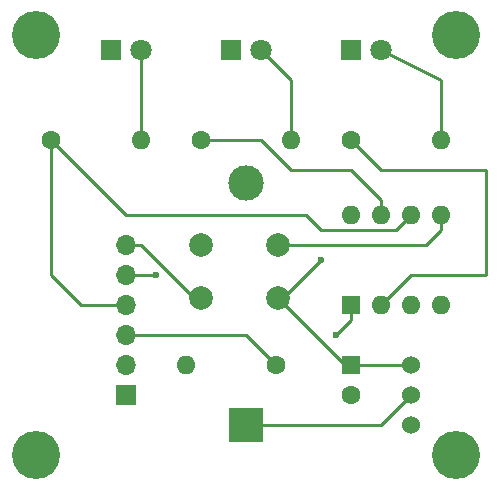
<source format=gbr>
G04 #@! TF.FileFunction,Copper,L1,Top,Signal*
%FSLAX46Y46*%
G04 Gerber Fmt 4.6, Leading zero omitted, Abs format (unit mm)*
G04 Created by KiCad (PCBNEW 4.0.7-e2-6376~58~ubuntu17.04.1) date Wed May 23 19:48:23 2018*
%MOMM*%
%LPD*%
G01*
G04 APERTURE LIST*
%ADD10C,0.100000*%
%ADD11C,3.000000*%
%ADD12R,3.000000X3.000000*%
%ADD13R,1.600000X1.600000*%
%ADD14C,1.600000*%
%ADD15R,1.800000X1.800000*%
%ADD16C,1.800000*%
%ADD17R,1.700000X1.700000*%
%ADD18O,1.700000X1.700000*%
%ADD19O,1.600000X1.600000*%
%ADD20C,2.000000*%
%ADD21C,1.524000*%
%ADD22C,4.064000*%
%ADD23C,0.600000*%
%ADD24C,0.250000*%
G04 APERTURE END LIST*
D10*
D11*
X156210000Y-106510000D03*
D12*
X156210000Y-127000000D03*
D13*
X165100000Y-121920000D03*
D14*
X165100000Y-124420000D03*
D15*
X144780000Y-95250000D03*
D16*
X147320000Y-95250000D03*
D15*
X154940000Y-95250000D03*
D16*
X157480000Y-95250000D03*
D15*
X165100000Y-95250000D03*
D16*
X167640000Y-95250000D03*
D17*
X146050000Y-124460000D03*
D18*
X146050000Y-121920000D03*
X146050000Y-119380000D03*
X146050000Y-116840000D03*
X146050000Y-114300000D03*
X146050000Y-111760000D03*
D14*
X158750000Y-121920000D03*
D19*
X151130000Y-121920000D03*
D14*
X139700000Y-102870000D03*
D19*
X147320000Y-102870000D03*
D14*
X152400000Y-102870000D03*
D19*
X160020000Y-102870000D03*
D14*
X165100000Y-102870000D03*
D19*
X172720000Y-102870000D03*
D20*
X152400000Y-116260000D03*
X152400000Y-111760000D03*
X158900000Y-116260000D03*
X158900000Y-111760000D03*
D21*
X170180000Y-121920000D03*
X170180000Y-124460000D03*
X170180000Y-127000000D03*
D13*
X165100000Y-116840000D03*
D19*
X172720000Y-109220000D03*
X167640000Y-116840000D03*
X170180000Y-109220000D03*
X170180000Y-116840000D03*
X167640000Y-109220000D03*
X172720000Y-116840000D03*
X165100000Y-109220000D03*
D22*
X138430000Y-93980000D03*
X138430000Y-129540000D03*
X173990000Y-129540000D03*
X173990000Y-93980000D03*
D23*
X162560000Y-113030000D03*
X163830000Y-119380000D03*
X148590000Y-114300000D03*
D24*
X156210000Y-127000000D02*
X166370000Y-127000000D01*
X167640000Y-127000000D02*
X170180000Y-124460000D01*
X166370000Y-127000000D02*
X167640000Y-127000000D01*
X152400000Y-116260000D02*
X151820000Y-116260000D01*
X151820000Y-116260000D02*
X147320000Y-111760000D01*
X147320000Y-111760000D02*
X146050000Y-111760000D01*
X158900000Y-116260000D02*
X159330000Y-116260000D01*
X159330000Y-116260000D02*
X162560000Y-113030000D01*
X165100000Y-121920000D02*
X164560000Y-121920000D01*
X164560000Y-121920000D02*
X158900000Y-116260000D01*
X170180000Y-121920000D02*
X165100000Y-121920000D01*
X147320000Y-102870000D02*
X147320000Y-97790000D01*
X147320000Y-97790000D02*
X147320000Y-95250000D01*
X160020000Y-102870000D02*
X160020000Y-97790000D01*
X160020000Y-97790000D02*
X157480000Y-95250000D01*
X172720000Y-102870000D02*
X172720000Y-97790000D01*
X172720000Y-97790000D02*
X167640000Y-95250000D01*
X165100000Y-116840000D02*
X165100000Y-118110000D01*
X165100000Y-118110000D02*
X163830000Y-119380000D01*
X158750000Y-121920000D02*
X156210000Y-119380000D01*
X148590000Y-119380000D02*
X146050000Y-119380000D01*
X149860000Y-119380000D02*
X148590000Y-119380000D01*
X156210000Y-119380000D02*
X149860000Y-119380000D01*
X172720000Y-109220000D02*
X172720000Y-110490000D01*
X171450000Y-111760000D02*
X158900000Y-111760000D01*
X172720000Y-110490000D02*
X171450000Y-111760000D01*
X146050000Y-116840000D02*
X142240000Y-116840000D01*
X139700000Y-114300000D02*
X139700000Y-102870000D01*
X142240000Y-116840000D02*
X139700000Y-114300000D01*
X170180000Y-109220000D02*
X168910000Y-110490000D01*
X146050000Y-109220000D02*
X139700000Y-102870000D01*
X161290000Y-109220000D02*
X151130000Y-109220000D01*
X151130000Y-109220000D02*
X146050000Y-109220000D01*
X162560000Y-110490000D02*
X161290000Y-109220000D01*
X168910000Y-110490000D02*
X162560000Y-110490000D01*
X146050000Y-114300000D02*
X148590000Y-114300000D01*
X167640000Y-109220000D02*
X167640000Y-107950000D01*
X157480000Y-102870000D02*
X152400000Y-102870000D01*
X160020000Y-105410000D02*
X157480000Y-102870000D01*
X165100000Y-105410000D02*
X160020000Y-105410000D01*
X167640000Y-107950000D02*
X165100000Y-105410000D01*
X167640000Y-116840000D02*
X170180000Y-114300000D01*
X167640000Y-105410000D02*
X165100000Y-102870000D01*
X176530000Y-105410000D02*
X167640000Y-105410000D01*
X176530000Y-114300000D02*
X176530000Y-105410000D01*
X170180000Y-114300000D02*
X176530000Y-114300000D01*
M02*

</source>
